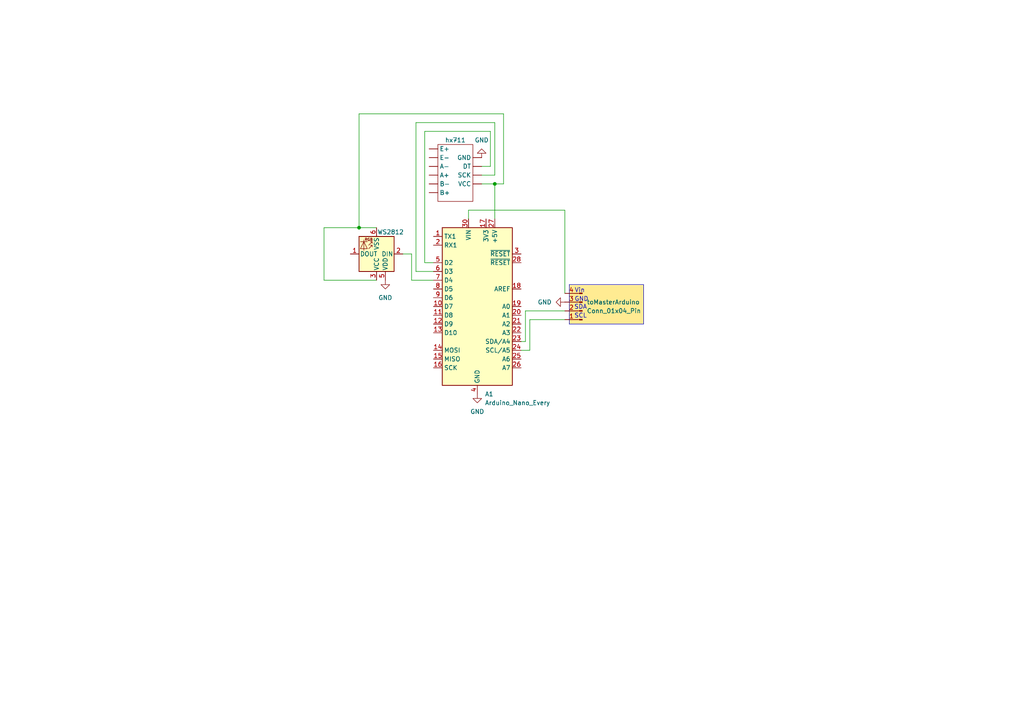
<source format=kicad_sch>
(kicad_sch (version 20231120) (generator "eeschema") (generator_version "8.0")
  (paper "A4")
  (lib_symbols
    (symbol "Connector:Conn_01x04_Pin" (pin_names (offset 1.016) hide)
      (property "Reference" "J" (at 0 5.08 0))
      (property "Value" "Conn_01x04_Pin" (at 0 -7.62 0))
      (symbol "Conn_01x04_Pin_1_1"
        (polyline (pts (xy 1.27 -5.08) (xy 0.8636 -5.08)) (stroke (width 0.1524)))
        (polyline (pts (xy 1.27 -2.54) (xy 0.8636 -2.54)) (stroke (width 0.1524)))
        (polyline (pts (xy 1.27 0) (xy 0.8636 0)) (stroke (width 0.1524)))
        (polyline (pts (xy 1.27 2.54) (xy 0.8636 2.54)) (stroke (width 0.1524)))
        (rectangle (start 0.8636 -4.953) (end 0 -5.207) (stroke (width 0.1524)) (fill (type outline)))
        (rectangle (start 0.8636 -2.413) (end 0 -2.667) (stroke (width 0.1524)) (fill (type outline)))
        (rectangle (start 0.8636 0.127) (end 0 -0.127) (stroke (width 0.1524)) (fill (type outline)))
        (rectangle (start 0.8636 2.667) (end 0 2.413) (stroke (width 0.1524)) (fill (type outline)))
        (pin passive line (at 5.08 2.54 180) (length 3.81) (name "Pin_1") (number "1"))
        (pin passive line (at 5.08 0 180) (length 3.81) (name "Pin_2") (number "2"))
        (pin passive line (at 5.08 -2.54 180) (length 3.81) (name "Pin_3") (number "3"))
        (pin passive line (at 5.08 -5.08 180) (length 3.81) (name "Pin_4") (number "4"))
      )
    )
    (symbol "LED:WS2812" (pin_names (offset 0.254))
      (property "Reference" "D" (at 5.08 5.715 0))
      (property "Value" "WS2812" (at 1.27 -5.715 0))
      (symbol "WS2812_0_0"
        (text "RGB" (at 2.286 -4.191 0) (effects (font (size 0.762 0.762))))
      )
      (symbol "WS2812_0_1"
        (polyline (pts (xy 1.27 -3.556) (xy 1.778 -3.556)))
        (polyline (pts (xy 1.27 -2.54) (xy 1.778 -2.54)))
        (polyline (pts (xy 4.699 -3.556) (xy 2.667 -3.556)))
        (polyline (pts (xy 2.286 -2.54) (xy 1.27 -3.556) (xy 1.27 -3.048)))
        (polyline (pts (xy 2.286 -1.524) (xy 1.27 -2.54) (xy 1.27 -2.032)))
        (polyline (pts (xy 3.683 -1.016) (xy 3.683 -3.556) (xy 3.683 -4.064)))
        (polyline (pts (xy 4.699 -1.524) (xy 2.667 -1.524) (xy 3.683 -3.556) (xy 4.699 -1.524)))
        (rectangle (start 5.08 5.08) (end -5.08 -5.08) (stroke (width 0.254)) (fill (type background)))
      )
      (symbol "WS2812_1_1"
        (pin output line (at 7.62 0 180) (length 2.54) (name "DOUT") (number "1"))
        (pin input line (at -7.62 0 0) (length 2.54) (name "DIN") (number "2"))
        (pin power_in line (at 0 7.62 270) (length 2.54) (name "VCC") (number "3"))
        (pin no_connect line (at 5.08 2.54 180) (length 2.54) hide (name "NC") (number "4"))
        (pin power_in line (at -2.54 7.62 270) (length 2.54) (name "VDD") (number "5"))
        (pin power_in line (at 0 -7.62 90) (length 2.54) (name "VSS") (number "6"))
      )
    )
    (symbol "MCU_Module:Arduino_Nano_Every"
      (property "Reference" "A" (at -10.16 23.495 0))
      (property "Value" "Arduino_Nano_Every" (at 5.08 -24.13 0))
      (symbol "Arduino_Nano_Every_0_1"
        (rectangle (start -10.16 22.86) (end 10.16 -22.86) (stroke (width 0.254)) (fill (type background)))
      )
      (symbol "Arduino_Nano_Every_1_1"
        (pin bidirectional line (at -12.7 20.32 0) (length 2.54) (name "TX1") (number "1"))
        (pin bidirectional line (at -12.7 0 0) (length 2.54) (name "D7") (number "10"))
        (pin bidirectional line (at -12.7 -2.54 0) (length 2.54) (name "D8") (number "11"))
        (pin bidirectional line (at -12.7 -5.08 0) (length 2.54) (name "D9") (number "12"))
        (pin bidirectional line (at -12.7 -7.62 0) (length 2.54) (name "D10") (number "13"))
        (pin bidirectional line (at -12.7 -12.7 0) (length 2.54) (name "MOSI") (number "14"))
        (pin bidirectional line (at -12.7 -15.24 0) (length 2.54) (name "MISO") (number "15"))
        (pin bidirectional line (at -12.7 -17.78 0) (length 2.54) (name "SCK") (number "16"))
        (pin power_out line (at 2.54 25.4 270) (length 2.54) (name "3V3") (number "17"))
        (pin input line (at 12.7 5.08 180) (length 2.54) (name "AREF") (number "18"))
        (pin bidirectional line (at 12.7 0 180) (length 2.54) (name "A0") (number "19"))
        (pin bidirectional line (at -12.7 17.78 0) (length 2.54) (name "RX1") (number "2"))
        (pin bidirectional line (at 12.7 -2.54 180) (length 2.54) (name "A1") (number "20"))
        (pin bidirectional line (at 12.7 -5.08 180) (length 2.54) (name "A2") (number "21"))
        (pin bidirectional line (at 12.7 -7.62 180) (length 2.54) (name "A3") (number "22"))
        (pin bidirectional line (at 12.7 -10.16 180) (length 2.54) (name "SDA/A4") (number "23"))
        (pin bidirectional line (at 12.7 -12.7 180) (length 2.54) (name "SCL/A5") (number "24"))
        (pin bidirectional line (at 12.7 -15.24 180) (length 2.54) (name "A6") (number "25"))
        (pin bidirectional line (at 12.7 -17.78 180) (length 2.54) (name "A7") (number "26"))
        (pin power_out line (at 5.08 25.4 270) (length 2.54) (name "+5V") (number "27"))
        (pin input line (at 12.7 12.7 180) (length 2.54) (name "~{RESET}") (number "28"))
        (pin passive line (at 0 -25.4 90) (length 2.54) hide (name "GND") (number "29"))
        (pin input line (at 12.7 15.24 180) (length 2.54) (name "~{RESET}") (number "3"))
        (pin power_in line (at -2.54 25.4 270) (length 2.54) (name "VIN") (number "30"))
        (pin power_in line (at 0 -25.4 90) (length 2.54) (name "GND") (number "4"))
        (pin bidirectional line (at -12.7 12.7 0) (length 2.54) (name "D2") (number "5"))
        (pin bidirectional line (at -12.7 10.16 0) (length 2.54) (name "D3") (number "6"))
        (pin bidirectional line (at -12.7 7.62 0) (length 2.54) (name "D4") (number "7"))
        (pin bidirectional line (at -12.7 5.08 0) (length 2.54) (name "D5") (number "8"))
        (pin bidirectional line (at -12.7 2.54 0) (length 2.54) (name "D6") (number "9"))
      )
    )
    (symbol "SeongjooCustom:HX711"
      (property "Reference" "hx711-" (at 0 3.302 0))
      (symbol "HX711_0_1"
        (rectangle (start -5.08 1.27) (end 5.08 -15.24))
      )
      (symbol "HX711_1_1"
        (pin input line (at -7.62 -7.62 0) (length 2.54) (name "A+") (number ""))
        (pin input line (at -7.62 -5.08 0) (length 2.54) (name "A-") (number ""))
        (pin input line (at -7.62 -12.7 0) (length 2.54) (name "B+") (number ""))
        (pin input line (at -7.62 -10.16 0) (length 2.54) (name "B-") (number ""))
        (pin output line (at 7.62 -5.08 180) (length 2.54) (name "DT") (number ""))
        (pin input line (at -7.62 0 0) (length 2.54) (name "E+") (number ""))
        (pin input line (at -7.62 -2.54 0) (length 2.54) (name "E-") (number ""))
        (pin bidirectional line (at 7.62 -2.54 180) (length 2.54) (name "GND") (number ""))
        (pin input line (at 7.62 -7.62 180) (length 2.54) (name "SCK") (number ""))
        (pin power_in line (at 7.62 -10.16 180) (length 2.54) (name "VCC") (number ""))
      )
    )
    (symbol "power:GND" (power) (pin_numbers hide) (pin_names (offset 0) hide)
      (property "Value" "GND" (at 0 -3.81 0))
      (symbol "GND_0_1"
        (polyline (pts (xy 0 0) (xy 0 -1.27) (xy 1.27 -1.27) (xy 0 -2.54) (xy -1.27 -1.27) (xy 0 -1.27)))
      )
      (symbol "GND_1_1"
        (pin power_in line (at 0 0 270) (length 0) (name "~") (number "1"))
      )
    )
  )
  (junction (at 104.14 66.04))
  (junction (at 143.51 53.34))
  (wire (pts (xy 152.4 90.17) (xy 152.4 99.06)))
  (wire (pts (xy 139.7 53.34) (xy 143.51 53.34)))
  (wire (pts (xy 163.83 90.17) (xy 152.4 90.17)))
  (wire (pts (xy 123.19 76.2) (xy 125.73 76.2)))
  (wire (pts (xy 142.24 48.26) (xy 142.24 38.1)))
  (wire (pts (xy 146.05 33.02) (xy 104.14 33.02)))
  (wire (pts (xy 116.84 73.66) (xy 119.38 73.66)))
  (wire (pts (xy 143.51 50.8) (xy 143.51 35.56)))
  (wire (pts (xy 139.7 50.8) (xy 143.51 50.8)))
  (wire (pts (xy 146.05 53.34) (xy 146.05 33.02)))
  (wire (pts (xy 143.51 35.56) (xy 120.65 35.56)))
  (wire (pts (xy 139.7 48.26) (xy 142.24 48.26)))
  (wire (pts (xy 153.67 101.6) (xy 153.67 92.71)))
  (wire (pts (xy 143.51 53.34) (xy 146.05 53.34)))
  (wire (pts (xy 153.67 92.71) (xy 163.83 92.71)))
  (wire (pts (xy 93.98 81.28) (xy 93.98 66.04)))
  (wire (pts (xy 163.83 60.96) (xy 163.83 85.09)))
  (wire (pts (xy 151.13 101.6) (xy 153.67 101.6)))
  (wire (pts (xy 109.22 66.04) (xy 104.14 66.04)))
  (wire (pts (xy 120.65 78.74) (xy 125.73 78.74)))
  (wire (pts (xy 120.65 35.56) (xy 120.65 78.74)))
  (wire (pts (xy 119.38 73.66) (xy 119.38 81.28)))
  (wire (pts (xy 152.4 99.06) (xy 151.13 99.06)))
  (wire (pts (xy 104.14 33.02) (xy 104.14 66.04)))
  (wire (pts (xy 93.98 66.04) (xy 104.14 66.04)))
  (wire (pts (xy 135.89 60.96) (xy 163.83 60.96)))
  (wire (pts (xy 123.19 38.1) (xy 123.19 76.2)))
  (wire (pts (xy 119.38 81.28) (xy 125.73 81.28)))
  (wire (pts (xy 143.51 53.34) (xy 143.51 63.5)))
  (wire (pts (xy 93.98 81.28) (xy 109.22 81.28)))
  (wire (pts (xy 135.89 63.5) (xy 135.89 60.96)))
  (wire (pts (xy 142.24 38.1) (xy 123.19 38.1)))
  (rectangle (start 165.1 82.55) (end 186.69 93.98) (fill (type color) (color 255 235 146 1)))
  (text "SDA\n" (at 168.402 89.154 0) (effects (font (size 1.27 1.27))))
  (text "SCL\n" (at 168.402 91.694 0) (effects (font (size 1.27 1.27))))
  (text "GND" (at 168.656 86.868 0) (effects (font (size 1.27 1.27))))
  (text "Vin\n" (at 168.148 84.328 0) (effects (font (size 1.27 1.27))))
  (symbol (lib_id "power:GND") (at 139.7 45.72 180) (unit 1)
    (property "Reference" "#PWR02" (effects (hide yes)))
    (property "Value" "GND" (at 139.7 40.64 0))
    (property "Description" "Power symbol creates a global label with name \"GND\" , ground" (effects (hide yes)))
  )
  (symbol (lib_id "SeongjooCustom:HX711") (at 132.08 43.18 0) (unit 1)
    (property "Reference" "hx711" (at 132.08 40.64 0))
    (property "Value" "~" (at 132.08 40.64 0))
  )
  (symbol (lib_id "power:GND") (at 111.76 81.28 0) (unit 1)
    (property "Reference" "#PWR01" (effects (hide yes)))
    (property "Value" "GND" (at 111.76 86.36 0))
    (property "Description" "Power symbol creates a global label with name \"GND\" , ground" (effects (hide yes)))
  )
  (symbol (lib_id "Connector:Conn_01x04_Pin") (at 168.91 90.17 180) (unit 1)
    (property "Reference" "toMasterArduino" (at 170.18 87.6299 0) (effects (justify right)))
    (property "Value" "Conn_01x04_Pin" (at 170.18 90.1699 0) (effects (justify right)))
    (property "Description" "Generic connector, single row, 01x04, script generated" (effects (hide yes)))
  )
  (symbol (lib_id "MCU_Module:Arduino_Nano_Every") (at 138.43 88.9 0) (unit 1)
    (property "Reference" "A1" (at 140.6241 114.3 0) (effects (justify left)))
    (property "Value" "Arduino_Nano_Every" (at 140.6241 116.84 0) (effects (justify left)))
    (property "Footprint" "Module:Arduino_Nano" (effects (hide yes)))
    (property "Datasheet" "https://content.arduino.cc/assets/NANOEveryV3.0_sch.pdf" (effects (hide yes)))
    (property "Description" "Arduino Nano Every" (effects (hide yes)))
  )
  (symbol (lib_id "power:GND") (at 163.83 87.63 270) (unit 1)
    (property "Reference" "#PWR04" (effects (hide yes)))
    (property "Value" "GND" (at 160.02 87.6299 90) (effects (justify right)))
    (property "Description" "Power symbol creates a global label with name \"GND\" , ground" (effects (hide yes)))
  )
  (symbol (lib_id "LED:WS2812") (at 109.22 73.66 180) (unit 1)
    (property "Reference" "D1" (effects (hide yes)))
    (property "Value" "WS2812" (at 113.284 67.31 0))
    (property "Footprint" "LED_SMD:LED_WS2812_PLCC6_5.0x5.0mm_P1.6mm" (effects (hide yes)))
    (property "Datasheet" "https://cdn-shop.adafruit.com/datasheets/WS2812.pdf" (effects (hide yes)))
    (property "Description" "RGB LED with integrated controller" (effects (hide yes)))
  )
  (symbol (lib_id "power:GND") (at 138.43 114.3 0) (unit 1)
    (property "Reference" "#PWR03" (effects (hide yes)))
    (property "Value" "GND" (at 138.43 119.38 0))
    (property "Description" "Power symbol creates a global label with name \"GND\" , ground" (effects (hide yes)))
  )
)
</source>
